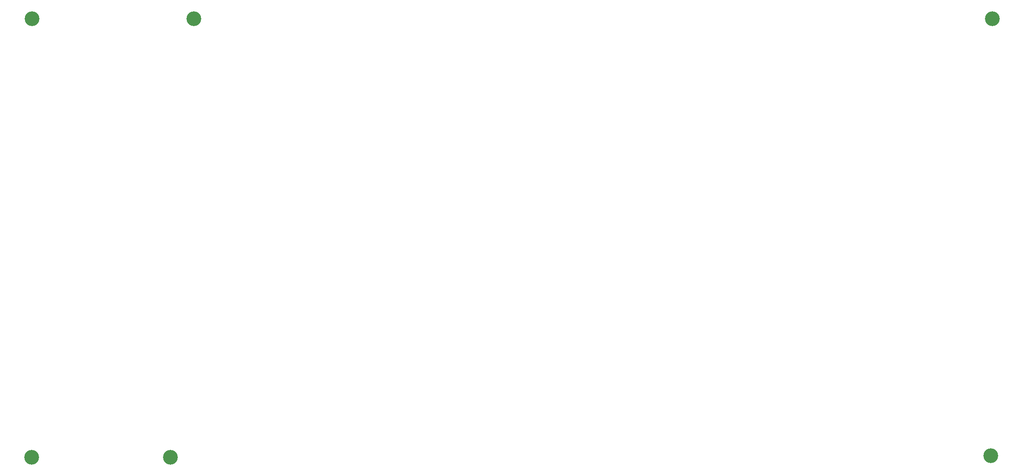
<source format=gbr>
%TF.GenerationSoftware,KiCad,Pcbnew,8.0.8*%
%TF.CreationDate,2025-03-17T17:13:05+00:00*%
%TF.ProjectId,memlnaut_0_1_backplate,6d656d6c-6e61-4757-945f-305f315f6261,rev?*%
%TF.SameCoordinates,Original*%
%TF.FileFunction,Soldermask,Top*%
%TF.FilePolarity,Negative*%
%FSLAX46Y46*%
G04 Gerber Fmt 4.6, Leading zero omitted, Abs format (unit mm)*
G04 Created by KiCad (PCBNEW 8.0.8) date 2025-03-17 17:13:05*
%MOMM*%
%LPD*%
G01*
G04 APERTURE LIST*
%ADD10C,3.200000*%
G04 APERTURE END LIST*
D10*
%TO.C,REF\u002A\u002A*%
X95060000Y-45440000D03*
%TD*%
%TO.C,REF\u002A\u002A*%
X89980000Y-140570000D03*
%TD*%
%TO.C,REF\u002A\u002A*%
X268040000Y-45390000D03*
%TD*%
%TO.C,REF\u002A\u002A*%
X60030000Y-45430000D03*
%TD*%
%TO.C,REF\u002A\u002A*%
X59980000Y-140540000D03*
%TD*%
%TO.C,REF\u002A\u002A*%
X267740000Y-140240000D03*
%TD*%
M02*

</source>
